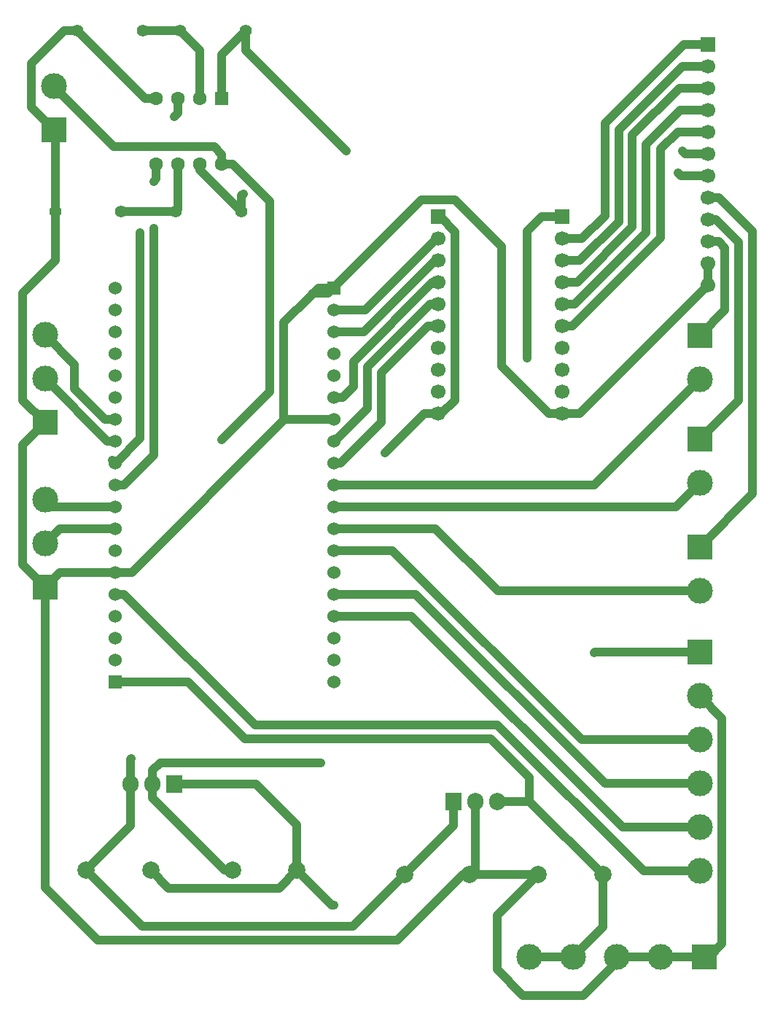
<source format=gbr>
%TF.GenerationSoftware,KiCad,Pcbnew,9.0.3*%
%TF.CreationDate,2025-08-08T14:41:56-05:00*%
%TF.ProjectId,baquelita,62617175-656c-4697-9461-2e6b69636164,rev?*%
%TF.SameCoordinates,Original*%
%TF.FileFunction,Copper,L2,Bot*%
%TF.FilePolarity,Positive*%
%FSLAX46Y46*%
G04 Gerber Fmt 4.6, Leading zero omitted, Abs format (unit mm)*
G04 Created by KiCad (PCBNEW 9.0.3) date 2025-08-08 14:41:56*
%MOMM*%
%LPD*%
G01*
G04 APERTURE LIST*
G04 Aperture macros list*
%AMRoundRect*
0 Rectangle with rounded corners*
0 $1 Rounding radius*
0 $2 $3 $4 $5 $6 $7 $8 $9 X,Y pos of 4 corners*
0 Add a 4 corners polygon primitive as box body*
4,1,4,$2,$3,$4,$5,$6,$7,$8,$9,$2,$3,0*
0 Add four circle primitives for the rounded corners*
1,1,$1+$1,$2,$3*
1,1,$1+$1,$4,$5*
1,1,$1+$1,$6,$7*
1,1,$1+$1,$8,$9*
0 Add four rect primitives between the rounded corners*
20,1,$1+$1,$2,$3,$4,$5,0*
20,1,$1+$1,$4,$5,$6,$7,0*
20,1,$1+$1,$6,$7,$8,$9,0*
20,1,$1+$1,$8,$9,$2,$3,0*%
G04 Aperture macros list end*
%TA.AperFunction,ComponentPad*%
%ADD10C,3.000000*%
%TD*%
%TA.AperFunction,ComponentPad*%
%ADD11R,3.000000X3.000000*%
%TD*%
%TA.AperFunction,ComponentPad*%
%ADD12C,1.700000*%
%TD*%
%TA.AperFunction,ComponentPad*%
%ADD13R,1.700000X1.700000*%
%TD*%
%TA.AperFunction,ComponentPad*%
%ADD14O,1.905000X2.000000*%
%TD*%
%TA.AperFunction,ComponentPad*%
%ADD15R,1.905000X2.000000*%
%TD*%
%TA.AperFunction,ComponentPad*%
%ADD16C,2.000000*%
%TD*%
%TA.AperFunction,ComponentPad*%
%ADD17C,1.400000*%
%TD*%
%TA.AperFunction,ComponentPad*%
%ADD18RoundRect,0.250000X-0.550000X0.550000X-0.550000X-0.550000X0.550000X-0.550000X0.550000X0.550000X0*%
%TD*%
%TA.AperFunction,ComponentPad*%
%ADD19C,1.600000*%
%TD*%
%TA.AperFunction,ComponentPad*%
%ADD20R,1.530000X1.530000*%
%TD*%
%TA.AperFunction,ComponentPad*%
%ADD21C,1.530000*%
%TD*%
%TA.AperFunction,ViaPad*%
%ADD22C,0.600000*%
%TD*%
%TA.AperFunction,Conductor*%
%ADD23C,1.000000*%
%TD*%
G04 APERTURE END LIST*
D10*
%TO.P,J10,5,Pin_5*%
%TO.N,Net-(J10-Pin_4)*%
X93260000Y-152000000D03*
%TO.P,J10,4,Pin_4*%
X98340000Y-152000000D03*
%TO.P,J10,3,Pin_3*%
%TO.N,GND*%
X103420000Y-152000000D03*
%TO.P,J10,2,Pin_2*%
X108500000Y-152000000D03*
D11*
%TO.P,J10,1,Pin_1*%
X113580000Y-152000000D03*
%TD*%
D12*
%TO.P,J2,10,Pin_10*%
%TO.N,Net-(J2-Pin_1)*%
X82650000Y-88960000D03*
%TO.P,J2,9,Pin_9*%
%TO.N,unconnected-(J2-Pin_9-Pad9)*%
X82650000Y-86420000D03*
%TO.P,J2,8,Pin_8*%
%TO.N,unconnected-(J2-Pin_8-Pad8)*%
X82650000Y-83880000D03*
%TO.P,J2,7,Pin_7*%
%TO.N,unconnected-(J2-Pin_7-Pad7)*%
X82650000Y-81340000D03*
%TO.P,J2,6,Pin_6*%
%TO.N,Net-(J2-Pin_6)*%
X82650000Y-78800000D03*
%TO.P,J2,5,Pin_5*%
%TO.N,Net-(J2-Pin_5)*%
X82650000Y-76260000D03*
%TO.P,J2,4,Pin_4*%
%TO.N,Net-(J2-Pin_4)*%
X82650000Y-73720000D03*
%TO.P,J2,3,Pin_3*%
%TO.N,Net-(J2-Pin_3)*%
X82650000Y-71180000D03*
%TO.P,J2,2,Pin_2*%
%TO.N,Net-(J2-Pin_2)*%
X82650000Y-68640000D03*
D13*
%TO.P,J2,1,Pin_1*%
%TO.N,Net-(J2-Pin_1)*%
X82650000Y-66100000D03*
%TD*%
D12*
%TO.P,J3,10,Pin_10*%
%TO.N,GND*%
X97000000Y-89000000D03*
%TO.P,J3,9,Pin_9*%
%TO.N,unconnected-(J3-Pin_9-Pad9)*%
X97000000Y-86460000D03*
%TO.P,J3,8,Pin_8*%
%TO.N,unconnected-(J3-Pin_8-Pad8)*%
X97000000Y-83920000D03*
%TO.P,J3,7,Pin_7*%
%TO.N,unconnected-(J3-Pin_7-Pad7)*%
X97000000Y-81380000D03*
%TO.P,J3,6,Pin_6*%
%TO.N,Net-(J3-Pin_6)*%
X97000000Y-78840000D03*
%TO.P,J3,5,Pin_5*%
%TO.N,Net-(J3-Pin_5)*%
X97000000Y-76300000D03*
%TO.P,J3,4,Pin_4*%
%TO.N,Net-(J3-Pin_4)*%
X97000000Y-73760000D03*
%TO.P,J3,3,Pin_3*%
%TO.N,Net-(J3-Pin_3)*%
X97000000Y-71220000D03*
%TO.P,J3,2,Pin_2*%
%TO.N,Net-(J3-Pin_2)*%
X97000000Y-68680000D03*
D13*
%TO.P,J3,1,Pin_1*%
%TO.N,Net-(J10-Pin_4)*%
X97000000Y-66140000D03*
%TD*%
D12*
%TO.P,J7,12,Pin_12*%
%TO.N,GND*%
X114000000Y-74040000D03*
%TO.P,J7,11,Pin_11*%
X114000000Y-71500000D03*
%TO.P,J7,10,Pin_10*%
%TO.N,Net-(J1-Pin_1)*%
X114000000Y-68960000D03*
%TO.P,J7,9,Pin_9*%
%TO.N,Net-(J7-Pin_9)*%
X114000000Y-66420000D03*
%TO.P,J7,8,Pin_8*%
%TO.N,Net-(J7-Pin_8)*%
X114000000Y-63880000D03*
%TO.P,J7,7,Pin_7*%
%TO.N,Net-(J7-Pin_7)*%
X114000000Y-61340000D03*
%TO.P,J7,6,Pin_6*%
%TO.N,Net-(J7-Pin_6)*%
X114000000Y-58800000D03*
%TO.P,J7,5,Pin_5*%
%TO.N,Net-(J3-Pin_6)*%
X114000000Y-56260000D03*
%TO.P,J7,4,Pin_4*%
%TO.N,Net-(J3-Pin_5)*%
X114000000Y-53720000D03*
%TO.P,J7,3,Pin_3*%
%TO.N,Net-(J3-Pin_4)*%
X114000000Y-51180000D03*
%TO.P,J7,2,Pin_2*%
%TO.N,Net-(J3-Pin_3)*%
X114000000Y-48640000D03*
D13*
%TO.P,J7,1,Pin_1*%
%TO.N,Net-(J3-Pin_2)*%
X114000000Y-46100000D03*
%TD*%
D10*
%TO.P,J11,6,Pin_6*%
%TO.N,Net-(J11-Pin_6)*%
X113000000Y-142080000D03*
%TO.P,J11,5,Pin_5*%
%TO.N,Net-(J11-Pin_5)*%
X113000000Y-137000000D03*
%TO.P,J11,4,Pin_4*%
%TO.N,Net-(J11-Pin_4)*%
X113000000Y-131920000D03*
%TO.P,J11,3,Pin_3*%
%TO.N,Net-(J11-Pin_3)*%
X113000000Y-126840000D03*
%TO.P,J11,2,Pin_2*%
%TO.N,GND*%
X113000000Y-121760000D03*
D11*
%TO.P,J11,1,Pin_1*%
%TO.N,Net-(J10-Pin_4)*%
X113000000Y-116680000D03*
%TD*%
D14*
%TO.P,U2,3,OUT*%
%TO.N,Net-(J10-Pin_4)*%
X89500000Y-134000000D03*
%TO.P,U2,2,GND*%
%TO.N,GND*%
X86960000Y-134000000D03*
D15*
%TO.P,U2,1,IN*%
%TO.N,Net-(J4-Pin_2)*%
X84420000Y-134000000D03*
%TD*%
%TO.P,U3,1,GND*%
%TO.N,GND*%
X52000000Y-132000000D03*
D14*
%TO.P,U3,2,VO*%
%TO.N,Net-(J2-Pin_1)*%
X49460000Y-132000000D03*
%TO.P,U3,3,VI*%
%TO.N,Net-(J4-Pin_2)*%
X46920000Y-132000000D03*
%TD*%
D16*
%TO.P,C3,2*%
%TO.N,GND*%
X49250000Y-142000000D03*
%TO.P,C3,1*%
%TO.N,Net-(J4-Pin_2)*%
X41750000Y-142000000D03*
%TD*%
D17*
%TO.P,R3,2*%
%TO.N,Net-(J7-Pin_7)*%
X59810000Y-65500000D03*
%TO.P,R3,1*%
%TO.N,Net-(U4B--)*%
X52190000Y-65500000D03*
%TD*%
D16*
%TO.P,C2,1*%
%TO.N,Net-(J10-Pin_4)*%
X101750000Y-142500000D03*
%TO.P,C2,2*%
%TO.N,GND*%
X94250000Y-142500000D03*
%TD*%
D11*
%TO.P,J6,1,Pin_1*%
%TO.N,GND*%
X37000000Y-90000000D03*
D10*
%TO.P,J6,2,Pin_2*%
%TO.N,Net-(J6-Pin_2)*%
X37000000Y-84920000D03*
%TO.P,J6,3,Pin_3*%
%TO.N,Net-(J6-Pin_3)*%
X37000000Y-79840000D03*
%TD*%
D11*
%TO.P,J1,1,Pin_1*%
%TO.N,Net-(J1-Pin_1)*%
X113000000Y-79920000D03*
D10*
%TO.P,J1,2,Pin_2*%
%TO.N,Net-(J1-Pin_2)*%
X113000000Y-85000000D03*
%TD*%
D16*
%TO.P,C4,1*%
%TO.N,Net-(J2-Pin_1)*%
X58750000Y-142000000D03*
%TO.P,C4,2*%
%TO.N,GND*%
X66250000Y-142000000D03*
%TD*%
%TO.P,C1,1*%
%TO.N,Net-(J4-Pin_2)*%
X78750000Y-142500000D03*
%TO.P,C1,2*%
%TO.N,GND*%
X86250000Y-142500000D03*
%TD*%
D17*
%TO.P,R2,1*%
%TO.N,GND*%
X40690000Y-44500000D03*
%TO.P,R2,2*%
%TO.N,Net-(U4A--)*%
X48310000Y-44500000D03*
%TD*%
D11*
%TO.P,J5,1,Pin_1*%
%TO.N,GND*%
X37000000Y-109080000D03*
D10*
%TO.P,J5,2,Pin_2*%
%TO.N,Net-(J5-Pin_2)*%
X37000000Y-104000000D03*
%TO.P,J5,3,Pin_3*%
%TO.N,Net-(J5-Pin_3)*%
X37000000Y-98920000D03*
%TD*%
D11*
%TO.P,J4,1,Pin_1*%
%TO.N,GND*%
X38000000Y-56000000D03*
D10*
%TO.P,J4,2,Pin_2*%
%TO.N,Net-(J4-Pin_2)*%
X38000000Y-50920000D03*
%TD*%
D11*
%TO.P,J8,1,Pin_1*%
%TO.N,Net-(J7-Pin_9)*%
X113000000Y-91960000D03*
D10*
%TO.P,J8,2,Pin_2*%
%TO.N,Net-(J8-Pin_2)*%
X113000000Y-97040000D03*
%TD*%
D17*
%TO.P,R1,1*%
%TO.N,Net-(U4A--)*%
X52690000Y-44500000D03*
%TO.P,R1,2*%
%TO.N,Net-(J7-Pin_6)*%
X60310000Y-44500000D03*
%TD*%
D11*
%TO.P,J9,1,Pin_1*%
%TO.N,Net-(J7-Pin_8)*%
X113000000Y-104460000D03*
D10*
%TO.P,J9,2,Pin_2*%
%TO.N,Net-(J9-Pin_2)*%
X113000000Y-109540000D03*
%TD*%
D18*
%TO.P,U4,1*%
%TO.N,Net-(J7-Pin_6)*%
X57500000Y-52380000D03*
D19*
%TO.P,U4,2,-*%
%TO.N,Net-(U4A--)*%
X54960000Y-52380000D03*
%TO.P,U4,3,+*%
%TO.N,Net-(U4A-+)*%
X52420000Y-52380000D03*
%TO.P,U4,4,V-*%
%TO.N,GND*%
X49880000Y-52380000D03*
%TO.P,U4,5,+*%
%TO.N,Net-(U4B-+)*%
X49880000Y-60000000D03*
%TO.P,U4,6,-*%
%TO.N,Net-(U4B--)*%
X52420000Y-60000000D03*
%TO.P,U4,7*%
%TO.N,Net-(J7-Pin_7)*%
X54960000Y-60000000D03*
%TO.P,U4,8,V+*%
%TO.N,Net-(J4-Pin_2)*%
X57500000Y-60000000D03*
%TD*%
D17*
%TO.P,R4,1*%
%TO.N,GND*%
X38190000Y-65500000D03*
%TO.P,R4,2*%
%TO.N,Net-(U4B--)*%
X45810000Y-65500000D03*
%TD*%
D20*
%TO.P,U5,J4_1,GND_1*%
%TO.N,GND*%
X70500000Y-74360000D03*
D21*
%TO.P,U5,J4_2,G23*%
%TO.N,Net-(J2-Pin_2)*%
X70500000Y-76900000D03*
%TO.P,U5,J4_3,G22*%
%TO.N,Net-(J2-Pin_3)*%
X70500000Y-79440000D03*
%TO.P,U5,J4_4,TXD*%
%TO.N,unconnected-(U5-TXD-PadJ4_4)*%
X70500000Y-81980000D03*
%TO.P,U5,J4_5,RXD*%
%TO.N,unconnected-(U5-RXD-PadJ4_5)*%
X70500000Y-84520000D03*
%TO.P,U5,J4_6,G21*%
%TO.N,Net-(J2-Pin_4)*%
X70500000Y-87060000D03*
%TO.P,U5,J4_7,GND_7*%
%TO.N,GND*%
X70500000Y-89600000D03*
%TO.P,U5,J4_8,G19*%
%TO.N,Net-(J2-Pin_5)*%
X70500000Y-92140000D03*
%TO.P,U5,J4_9,G18*%
%TO.N,Net-(J2-Pin_6)*%
X70500000Y-94680000D03*
%TO.P,U5,J4_10,G5*%
%TO.N,Net-(J1-Pin_2)*%
X70500000Y-97220000D03*
%TO.P,U5,J4_11,G17*%
%TO.N,Net-(J8-Pin_2)*%
X70500000Y-99760000D03*
%TO.P,U5,J4_12,G16*%
%TO.N,Net-(J9-Pin_2)*%
X70500000Y-102300000D03*
%TO.P,U5,J4_13,G4*%
%TO.N,Net-(J11-Pin_3)*%
X70500000Y-104840000D03*
%TO.P,U5,J4_14,G0*%
%TO.N,unconnected-(U5-G0-PadJ4_14)*%
X70500000Y-107380000D03*
%TO.P,U5,J4_15,G2*%
%TO.N,Net-(J11-Pin_4)*%
X70500000Y-109920000D03*
%TO.P,U5,J4_16,G15*%
%TO.N,Net-(J11-Pin_5)*%
X70500000Y-112460000D03*
%TO.P,U5,J4_17,SD1*%
%TO.N,unconnected-(U5-SD1-PadJ4_17)*%
X70500000Y-115000000D03*
%TO.P,U5,J4_18,SD0*%
%TO.N,unconnected-(U5-SD0-PadJ4_18)*%
X70500000Y-117540000D03*
%TO.P,U5,J4_19,CLK*%
%TO.N,unconnected-(U5-CLK-PadJ4_19)*%
X70500000Y-120080000D03*
D20*
%TO.P,U5,J5_1,5V*%
%TO.N,Net-(J10-Pin_4)*%
X45100000Y-120080000D03*
D21*
%TO.P,U5,J5_2,CMD*%
%TO.N,unconnected-(U5-CMD-PadJ5_2)*%
X45100000Y-117540000D03*
%TO.P,U5,J5_3,SD3*%
%TO.N,unconnected-(U5-SD3-PadJ5_3)*%
X45100000Y-115000000D03*
%TO.P,U5,J5_4,SD2*%
%TO.N,unconnected-(U5-SD2-PadJ5_4)*%
X45100000Y-112460000D03*
%TO.P,U5,J5_5,G13*%
%TO.N,Net-(J11-Pin_6)*%
X45100000Y-109920000D03*
%TO.P,U5,J5_6,GND_6*%
%TO.N,GND*%
X45100000Y-107380000D03*
%TO.P,U5,J5_7,G12*%
%TO.N,unconnected-(U5-G12-PadJ5_7)*%
X45100000Y-104840000D03*
%TO.P,U5,J5_8,G14*%
%TO.N,Net-(J5-Pin_2)*%
X45100000Y-102300000D03*
%TO.P,U5,J5_9,G27*%
%TO.N,Net-(J5-Pin_3)*%
X45100000Y-99760000D03*
%TO.P,U5,J5_10,G26*%
%TO.N,Net-(U4B-+)*%
X45100000Y-97220000D03*
%TO.P,U5,J5_11,G25*%
%TO.N,Net-(U4A-+)*%
X45100000Y-94680000D03*
%TO.P,U5,J5_12,G33*%
%TO.N,Net-(J6-Pin_2)*%
X45100000Y-92140000D03*
%TO.P,U5,J5_13,G32*%
%TO.N,Net-(J6-Pin_3)*%
X45100000Y-89600000D03*
%TO.P,U5,J5_14,G35*%
%TO.N,unconnected-(U5-G35-PadJ5_14)*%
X45100000Y-87060000D03*
%TO.P,U5,J5_15,G34*%
%TO.N,unconnected-(U5-G34-PadJ5_15)*%
X45100000Y-84520000D03*
%TO.P,U5,J5_16,SN*%
%TO.N,unconnected-(U5-SN-PadJ5_16)*%
X45100000Y-81980000D03*
%TO.P,U5,J5_17,SP*%
%TO.N,unconnected-(U5-SP-PadJ5_17)*%
X45100000Y-79440000D03*
%TO.P,U5,J5_18,EN*%
%TO.N,unconnected-(U5-EN-PadJ5_18)*%
X45100000Y-76900000D03*
%TO.P,U5,J5_19,3V3*%
%TO.N,unconnected-(U5-3V3-PadJ5_19)*%
X45100000Y-74360000D03*
%TD*%
D22*
%TO.N,Net-(U4B-+)*%
X49601000Y-62000000D03*
%TO.N,Net-(J10-Pin_4)*%
X93000000Y-82500000D03*
X100750000Y-116750000D03*
X88701000Y-126701000D03*
%TO.N,Net-(J7-Pin_6)*%
X72000000Y-58500000D03*
%TO.N,Net-(J7-Pin_7)*%
X110500000Y-61000000D03*
%TO.N,Net-(J7-Pin_6)*%
X111000000Y-58500000D03*
%TO.N,Net-(J2-Pin_1)*%
X76500000Y-93500000D03*
%TO.N,Net-(J7-Pin_7)*%
X60000000Y-63500000D03*
%TO.N,Net-(U4A-+)*%
X52000000Y-54500000D03*
%TO.N,Net-(J4-Pin_2)*%
X57500000Y-92000000D03*
%TO.N,GND*%
X82000000Y-146000000D03*
X70500000Y-146000000D03*
%TO.N,Net-(J2-Pin_1)*%
X69000000Y-129500000D03*
%TO.N,Net-(J4-Pin_2)*%
X47000000Y-129000000D03*
%TO.N,Net-(U4B-+)*%
X49601000Y-67500000D03*
%TO.N,Net-(U4A-+)*%
X48000000Y-68000000D03*
%TD*%
D23*
%TO.N,Net-(J7-Pin_7)*%
X114000000Y-61340000D02*
X110840000Y-61340000D01*
X110840000Y-61340000D02*
X110500000Y-61000000D01*
%TO.N,Net-(J7-Pin_6)*%
X111300000Y-58800000D02*
X111000000Y-58500000D01*
X114000000Y-58800000D02*
X111300000Y-58800000D01*
%TO.N,Net-(U4B-+)*%
X49880000Y-61721000D02*
X49601000Y-62000000D01*
X49880000Y-60000000D02*
X49880000Y-61721000D01*
%TO.N,Net-(J10-Pin_4)*%
X93000000Y-82500000D02*
X93000000Y-67794156D01*
X93000000Y-67794156D02*
X94654156Y-66140000D01*
X94654156Y-66140000D02*
X97000000Y-66140000D01*
%TO.N,GND*%
X70250000Y-146000000D02*
X66250000Y-142000000D01*
X70500000Y-146000000D02*
X70250000Y-146000000D01*
X82750000Y-145250000D02*
X82000000Y-146000000D01*
%TO.N,Net-(J10-Pin_4)*%
X93260000Y-152000000D02*
X98340000Y-152000000D01*
X98340000Y-152000000D02*
X101750000Y-148590000D01*
X101750000Y-148590000D02*
X101750000Y-148500000D01*
%TO.N,GND*%
X103420000Y-152000000D02*
X108500000Y-152000000D01*
X108500000Y-152000000D02*
X113580000Y-152000000D01*
%TO.N,Net-(J10-Pin_4)*%
X113000000Y-116680000D02*
X100820000Y-116680000D01*
X100820000Y-116680000D02*
X100750000Y-116750000D01*
X88701000Y-126701000D02*
X93250000Y-131250000D01*
X88701000Y-126701000D02*
X60201000Y-126701000D01*
X93250000Y-131250000D02*
X93250000Y-134000000D01*
X60201000Y-126701000D02*
X53580000Y-120080000D01*
X93250000Y-134000000D02*
X101750000Y-142500000D01*
X89500000Y-134000000D02*
X93250000Y-134000000D01*
X53580000Y-120080000D02*
X45100000Y-120080000D01*
X101750000Y-142500000D02*
X101750000Y-148500000D01*
%TO.N,Net-(J7-Pin_6)*%
X60310000Y-46810000D02*
X72000000Y-58500000D01*
X60310000Y-44500000D02*
X60310000Y-46810000D01*
%TO.N,Net-(J3-Pin_6)*%
X98216624Y-78840000D02*
X97000000Y-78840000D01*
X108500000Y-68556624D02*
X98216624Y-78840000D01*
X108500000Y-58264156D02*
X108500000Y-68556624D01*
X110504156Y-56260000D02*
X108500000Y-58264156D01*
X114000000Y-56260000D02*
X110504156Y-56260000D01*
%TO.N,Net-(J3-Pin_5)*%
X106803000Y-67989468D02*
X98492468Y-76300000D01*
X106803000Y-57697000D02*
X106803000Y-67989468D01*
X98492468Y-76300000D02*
X97000000Y-76300000D01*
X110780000Y-53720000D02*
X106803000Y-57697000D01*
X114000000Y-53720000D02*
X110780000Y-53720000D01*
%TO.N,Net-(J3-Pin_4)*%
X98768312Y-73760000D02*
X97000000Y-73760000D01*
X105202000Y-67326312D02*
X98768312Y-73760000D01*
X105202000Y-56663156D02*
X105202000Y-67326312D01*
X114000000Y-51180000D02*
X110685156Y-51180000D01*
X110685156Y-51180000D02*
X105202000Y-56663156D01*
%TO.N,Net-(J3-Pin_3)*%
X103601000Y-56000000D02*
X103601000Y-66663156D01*
X99044156Y-71220000D02*
X97000000Y-71220000D01*
X110961000Y-48640000D02*
X103601000Y-56000000D01*
X103601000Y-66663156D02*
X99044156Y-71220000D01*
X114000000Y-48640000D02*
X110961000Y-48640000D01*
%TO.N,Net-(J3-Pin_2)*%
X99320000Y-68680000D02*
X97000000Y-68680000D01*
X102000000Y-55250000D02*
X102000000Y-66000000D01*
X102000000Y-66000000D02*
X99320000Y-68680000D01*
X111150000Y-46100000D02*
X102000000Y-55250000D01*
X114000000Y-46100000D02*
X111150000Y-46100000D01*
%TO.N,Net-(J7-Pin_8)*%
X115202081Y-63880000D02*
X114000000Y-63880000D01*
X119153000Y-98307000D02*
X119153000Y-67830919D01*
X113000000Y-104460000D02*
X119153000Y-98307000D01*
X119153000Y-67830919D02*
X115202081Y-63880000D01*
%TO.N,Net-(J7-Pin_9)*%
X114926237Y-66420000D02*
X114000000Y-66420000D01*
X113000000Y-91960000D02*
X117552000Y-87408000D01*
X117552000Y-87408000D02*
X117552000Y-69045763D01*
X117552000Y-69045763D02*
X114926237Y-66420000D01*
%TO.N,Net-(J1-Pin_1)*%
X115951000Y-69708919D02*
X115202081Y-68960000D01*
X115202081Y-68960000D02*
X114000000Y-68960000D01*
X115951000Y-76969000D02*
X115951000Y-69708919D01*
X113000000Y-79920000D02*
X115951000Y-76969000D01*
%TO.N,GND*%
X100020000Y-88020000D02*
X114000000Y-74040000D01*
X90000000Y-83500000D02*
X95500000Y-89000000D01*
X95500000Y-89000000D02*
X97000000Y-89000000D01*
X84601000Y-64149000D02*
X90000000Y-69548000D01*
X80699000Y-64149000D02*
X84601000Y-64149000D01*
X90000000Y-69548000D02*
X90000000Y-83500000D01*
X69814000Y-75034000D02*
X80699000Y-64149000D01*
X68061000Y-75034000D02*
X69814000Y-75034000D01*
X67797500Y-75297500D02*
X68061000Y-75034000D01*
X67797500Y-75297500D02*
X64728461Y-78366539D01*
X114000000Y-71500000D02*
X114000000Y-74040000D01*
X99040000Y-89000000D02*
X100020000Y-88020000D01*
X97000000Y-89000000D02*
X99040000Y-89000000D01*
%TO.N,Net-(J2-Pin_2)*%
X74170869Y-76900000D02*
X82430869Y-68640000D01*
X82430869Y-68640000D02*
X82650000Y-68640000D01*
X70500000Y-76900000D02*
X74170869Y-76900000D01*
%TO.N,Net-(J2-Pin_3)*%
X82275451Y-71180000D02*
X82650000Y-71180000D01*
X74015451Y-79440000D02*
X82275451Y-71180000D01*
X70500000Y-79440000D02*
X74015451Y-79440000D01*
%TO.N,Net-(J2-Pin_4)*%
X81999607Y-73720000D02*
X82650000Y-73720000D01*
X71581873Y-87060000D02*
X72798000Y-85843873D01*
X70500000Y-87060000D02*
X71581873Y-87060000D01*
X72798000Y-85843873D02*
X72798000Y-82921607D01*
X72798000Y-82921607D02*
X81999607Y-73720000D01*
%TO.N,Net-(J2-Pin_5)*%
X81723763Y-76260000D02*
X82650000Y-76260000D01*
X74399000Y-88339923D02*
X74399000Y-83584763D01*
X74399000Y-83584763D02*
X81723763Y-76260000D01*
X70598923Y-92140000D02*
X74399000Y-88339923D01*
X70500000Y-92140000D02*
X70598923Y-92140000D01*
%TO.N,Net-(J2-Pin_6)*%
X71320000Y-94680000D02*
X70500000Y-94680000D01*
X76000000Y-90000000D02*
X71320000Y-94680000D01*
X76000000Y-84247919D02*
X76000000Y-90000000D01*
X81447919Y-78800000D02*
X76000000Y-84247919D01*
X82650000Y-78800000D02*
X81447919Y-78800000D01*
%TO.N,Net-(J2-Pin_1)*%
X81040000Y-88960000D02*
X76500000Y-93500000D01*
X82650000Y-88960000D02*
X81040000Y-88960000D01*
X82869131Y-66140000D02*
X84601000Y-67871869D01*
X82650000Y-66140000D02*
X82869131Y-66140000D01*
X83000000Y-89000000D02*
X82650000Y-89000000D01*
X84601000Y-67871869D02*
X84601000Y-87000000D01*
X84601000Y-87000000D02*
X84601000Y-87399000D01*
X84601000Y-87399000D02*
X83000000Y-89000000D01*
%TO.N,Net-(J2-Pin_4)*%
X82650000Y-73760000D02*
X82430869Y-73760000D01*
%TO.N,Net-(J2-Pin_3)*%
X82650000Y-71220000D02*
X82430869Y-71220000D01*
%TO.N,Net-(J1-Pin_2)*%
X100780000Y-97220000D02*
X113000000Y-85000000D01*
X70500000Y-97220000D02*
X100780000Y-97220000D01*
%TO.N,Net-(J8-Pin_2)*%
X110280000Y-99760000D02*
X70500000Y-99760000D01*
X113000000Y-97040000D02*
X110280000Y-99760000D01*
%TO.N,Net-(J9-Pin_2)*%
X89540000Y-109540000D02*
X113000000Y-109540000D01*
X82300000Y-102300000D02*
X89540000Y-109540000D01*
X70500000Y-102300000D02*
X82300000Y-102300000D01*
%TO.N,GND*%
X113000000Y-121760000D02*
X115601000Y-124361000D01*
X115601000Y-124361000D02*
X115601000Y-150559000D01*
X115601000Y-150559000D02*
X114160000Y-152000000D01*
%TO.N,Net-(J11-Pin_3)*%
X77340000Y-104840000D02*
X76500000Y-104840000D01*
X99340000Y-126840000D02*
X77340000Y-104840000D01*
X113000000Y-126840000D02*
X99340000Y-126840000D01*
X76500000Y-104840000D02*
X70500000Y-104840000D01*
%TO.N,Net-(J11-Pin_4)*%
X102000000Y-131920000D02*
X80000000Y-109920000D01*
X113000000Y-131920000D02*
X102000000Y-131920000D01*
X70500000Y-109920000D02*
X80000000Y-109920000D01*
%TO.N,Net-(J11-Pin_5)*%
X79500000Y-112460000D02*
X70500000Y-112460000D01*
X104040000Y-137000000D02*
X79500000Y-112460000D01*
X113000000Y-137000000D02*
X104040000Y-137000000D01*
%TO.N,Net-(J11-Pin_6)*%
X46181873Y-109920000D02*
X45100000Y-109920000D01*
X61361873Y-125100000D02*
X46181873Y-109920000D01*
X89500000Y-125100000D02*
X61361873Y-125100000D01*
X106480000Y-142080000D02*
X89500000Y-125100000D01*
X113000000Y-142080000D02*
X106480000Y-142080000D01*
%TO.N,GND*%
X92500000Y-156500000D02*
X99500000Y-156500000D01*
X99500000Y-156500000D02*
X104000000Y-152000000D01*
X89500000Y-147250000D02*
X89500000Y-153500000D01*
X94250000Y-142500000D02*
X89500000Y-147250000D01*
X89500000Y-153500000D02*
X92500000Y-156500000D01*
%TO.N,Net-(J4-Pin_2)*%
X63111000Y-64346844D02*
X63111000Y-86389000D01*
X58764156Y-60000000D02*
X63111000Y-64346844D01*
X63111000Y-86389000D02*
X57500000Y-92000000D01*
X57500000Y-60000000D02*
X58764156Y-60000000D01*
%TO.N,Net-(J7-Pin_7)*%
X59810000Y-63690000D02*
X60000000Y-63500000D01*
X59810000Y-65500000D02*
X59810000Y-63690000D01*
X54960000Y-60650000D02*
X54960000Y-60000000D01*
X59810000Y-65500000D02*
X54960000Y-60650000D01*
%TO.N,Net-(U4B--)*%
X52420000Y-65270000D02*
X52190000Y-65500000D01*
X52420000Y-60000000D02*
X52420000Y-65270000D01*
X45810000Y-65500000D02*
X52190000Y-65500000D01*
%TO.N,Net-(J7-Pin_6)*%
X57500000Y-47310000D02*
X60310000Y-44500000D01*
X57500000Y-52380000D02*
X57500000Y-47310000D01*
%TO.N,Net-(U4A--)*%
X52690000Y-44500000D02*
X48310000Y-44500000D01*
X54960000Y-46770000D02*
X54960000Y-52380000D01*
X52690000Y-44500000D02*
X54960000Y-46770000D01*
%TO.N,GND*%
X48570000Y-52380000D02*
X40690000Y-44500000D01*
X49880000Y-52380000D02*
X48570000Y-52380000D01*
X35399000Y-48319000D02*
X35399000Y-53399000D01*
X35399000Y-53399000D02*
X38000000Y-56000000D01*
X40690000Y-44500000D02*
X39218000Y-44500000D01*
X39218000Y-44500000D02*
X35399000Y-48319000D01*
%TO.N,Net-(J4-Pin_2)*%
X56631370Y-58000000D02*
X57500000Y-58868630D01*
X57500000Y-58868630D02*
X57500000Y-60000000D01*
X45000000Y-58000000D02*
X56631370Y-58000000D01*
X38000000Y-50920000D02*
X38000000Y-51000000D01*
X38000000Y-51000000D02*
X45000000Y-58000000D01*
%TO.N,Net-(U4A-+)*%
X45198923Y-94680000D02*
X45100000Y-94680000D01*
X48000000Y-91878923D02*
X45198923Y-94680000D01*
X48000000Y-68000000D02*
X48000000Y-91878923D01*
X52420000Y-54080000D02*
X52000000Y-54500000D01*
X52420000Y-52380000D02*
X52420000Y-54080000D01*
%TO.N,Net-(J7-Pin_7)*%
X54960000Y-59851580D02*
X54960000Y-60000000D01*
%TO.N,Net-(U4B-+)*%
X46181873Y-97220000D02*
X45100000Y-97220000D01*
X49601000Y-93800873D02*
X46181873Y-97220000D01*
X49601000Y-67500000D02*
X49601000Y-93800873D01*
%TO.N,GND*%
X38190000Y-62000000D02*
X38190000Y-56000000D01*
X38190000Y-71209000D02*
X34399000Y-75000000D01*
X34399000Y-75000000D02*
X34399000Y-87399000D01*
X38190000Y-62000000D02*
X38190000Y-71209000D01*
X34399000Y-106479000D02*
X37000000Y-109080000D01*
X34399000Y-92601000D02*
X34399000Y-106479000D01*
X37000000Y-90000000D02*
X34399000Y-92601000D01*
X34399000Y-87399000D02*
X37000000Y-90000000D01*
%TO.N,Net-(J6-Pin_3)*%
X43944156Y-89600000D02*
X45100000Y-89600000D01*
X40422078Y-86077922D02*
X43944156Y-89600000D01*
X40422078Y-83262078D02*
X40422078Y-86077922D01*
X37000000Y-79840000D02*
X40422078Y-83262078D01*
%TO.N,Net-(J6-Pin_2)*%
X44220000Y-92140000D02*
X45100000Y-92140000D01*
X37000000Y-84920000D02*
X44220000Y-92140000D01*
%TO.N,Net-(J5-Pin_3)*%
X37840000Y-99760000D02*
X37000000Y-98920000D01*
X45100000Y-99760000D02*
X37840000Y-99760000D01*
%TO.N,Net-(J5-Pin_2)*%
X38700000Y-102300000D02*
X37000000Y-104000000D01*
X45100000Y-102300000D02*
X38700000Y-102300000D01*
%TO.N,GND*%
X38700000Y-107380000D02*
X37000000Y-109080000D01*
X45100000Y-107380000D02*
X38700000Y-107380000D01*
X43101000Y-150101000D02*
X77899000Y-150101000D01*
X37000000Y-144000000D02*
X43101000Y-150101000D01*
X37000000Y-109080000D02*
X37000000Y-144000000D01*
X77899000Y-150101000D02*
X82750000Y-145250000D01*
X85500000Y-142500000D02*
X82750000Y-145250000D01*
X86250000Y-142500000D02*
X85500000Y-142500000D01*
%TO.N,Net-(J4-Pin_2)*%
X48250000Y-148500000D02*
X41750000Y-142000000D01*
X72750000Y-148500000D02*
X48250000Y-148500000D01*
X78750000Y-142500000D02*
X72750000Y-148500000D01*
X84420000Y-136830000D02*
X84420000Y-134000000D01*
X78750000Y-142500000D02*
X84420000Y-136830000D01*
%TO.N,GND*%
X91000000Y-142500000D02*
X86250000Y-142500000D01*
X86960000Y-141790000D02*
X86250000Y-142500000D01*
X86960000Y-134000000D02*
X86960000Y-141790000D01*
X94250000Y-142500000D02*
X91000000Y-142500000D01*
%TO.N,Net-(J2-Pin_1)*%
X69000000Y-129500000D02*
X50345500Y-129500000D01*
X49460000Y-132000000D02*
X49460000Y-130385500D01*
X49460000Y-130385500D02*
X50345500Y-129500000D01*
X49460000Y-133614500D02*
X57845500Y-142000000D01*
X57845500Y-142000000D02*
X58750000Y-142000000D01*
X49460000Y-132000000D02*
X49460000Y-133614500D01*
%TO.N,GND*%
X61500000Y-132000000D02*
X52000000Y-132000000D01*
X66250000Y-136750000D02*
X61500000Y-132000000D01*
X66250000Y-142000000D02*
X66250000Y-136750000D01*
X64149000Y-144101000D02*
X66250000Y-142000000D01*
X51351000Y-144101000D02*
X64149000Y-144101000D01*
X49250000Y-142000000D02*
X51351000Y-144101000D01*
%TO.N,Net-(J4-Pin_2)*%
X46920000Y-136830000D02*
X41750000Y-142000000D01*
X46920000Y-132000000D02*
X46920000Y-136830000D01*
X46920000Y-129080000D02*
X47000000Y-129000000D01*
X46920000Y-132000000D02*
X46920000Y-129080000D01*
%TO.N,GND*%
X64728461Y-78366539D02*
X64728461Y-89728461D01*
X68735000Y-74360000D02*
X67797500Y-75297500D01*
X70500000Y-74360000D02*
X68735000Y-74360000D01*
X64728461Y-89728461D02*
X47076923Y-107380000D01*
X47076923Y-107380000D02*
X45100000Y-107380000D01*
X64856923Y-89600000D02*
X64728461Y-89728461D01*
X70500000Y-89600000D02*
X64856923Y-89600000D01*
%TO.N,Net-(J2-Pin_5)*%
X70705025Y-92140000D02*
X70500000Y-92140000D01*
%TO.N,Net-(J2-Pin_4)*%
X70401077Y-87060000D02*
X70500000Y-87060000D01*
%TO.N,Net-(J2-Pin_3)*%
X70401077Y-79440000D02*
X70500000Y-79440000D01*
%TO.N,Net-(U4A-+)*%
X44780000Y-94360000D02*
X45100000Y-94680000D01*
%TD*%
M02*

</source>
